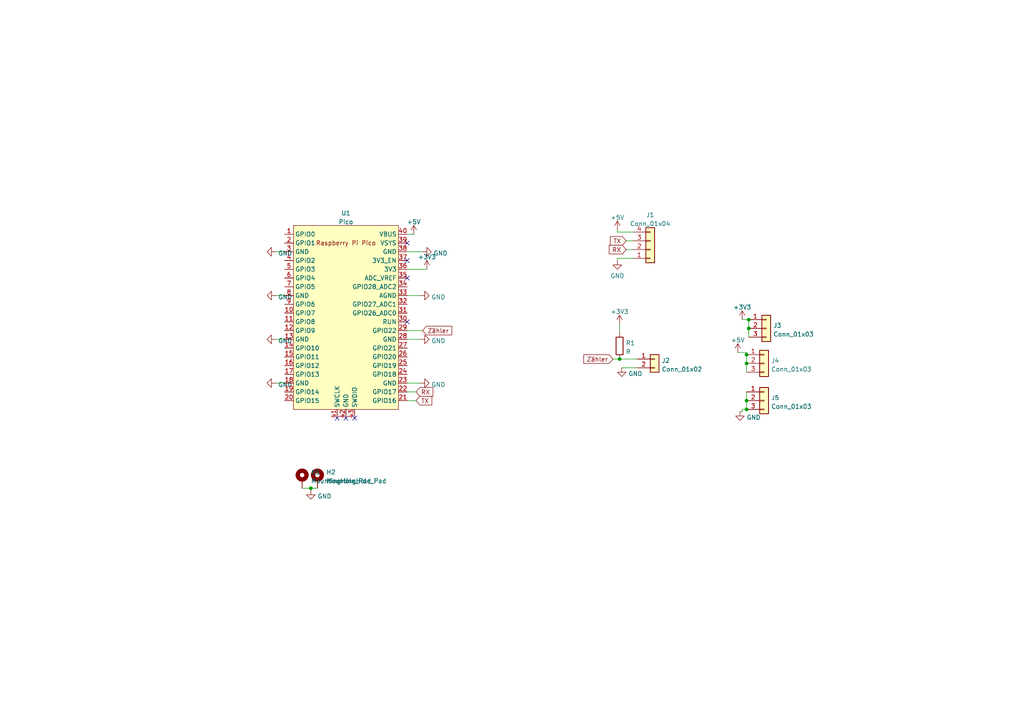
<source format=kicad_sch>
(kicad_sch (version 20211123) (generator eeschema)
  (paper "A4")
  (lib_symbols
    (symbol "Connector_Generic:Conn_01x02" (pin_names (offset 1.016) hide)
      (property "Reference" "J" (at 0 2.54 0))
      (property "Value" "Conn_01x02" (at 0 -5.08 0))
      (symbol "Conn_01x02_1_1"
        (rectangle (start -1.27 -2.413) (end 0 -2.667) (stroke (width 0.1524)))
        (rectangle (start -1.27 0.127) (end 0 -0.127) (stroke (width 0.1524)))
        (rectangle (start -1.27 1.27) (end 1.27 -3.81) (stroke (width 0.254)) (fill (type background)))
        (pin passive line (at -5.08 0 0) (length 3.81) (name "Pin_1") (number "1"))
        (pin passive line (at -5.08 -2.54 0) (length 3.81) (name "Pin_2") (number "2"))
      )
    )
    (symbol "Connector_Generic:Conn_01x03" (pin_names (offset 1.016) hide)
      (property "Reference" "J" (at 0 5.08 0))
      (property "Value" "Conn_01x03" (at 0 -5.08 0))
      (symbol "Conn_01x03_1_1"
        (rectangle (start -1.27 -2.413) (end 0 -2.667) (stroke (width 0.1524)))
        (rectangle (start -1.27 0.127) (end 0 -0.127) (stroke (width 0.1524)))
        (rectangle (start -1.27 2.667) (end 0 2.413) (stroke (width 0.1524)))
        (rectangle (start -1.27 3.81) (end 1.27 -3.81) (stroke (width 0.254)) (fill (type background)))
        (pin passive line (at -5.08 2.54 0) (length 3.81) (name "Pin_1") (number "1"))
        (pin passive line (at -5.08 0 0) (length 3.81) (name "Pin_2") (number "2"))
        (pin passive line (at -5.08 -2.54 0) (length 3.81) (name "Pin_3") (number "3"))
      )
    )
    (symbol "Connector_Generic:Conn_01x04" (pin_names (offset 1.016) hide)
      (property "Reference" "J" (at 0 5.08 0))
      (property "Value" "Conn_01x04" (at 0 -7.62 0))
      (symbol "Conn_01x04_1_1"
        (rectangle (start -1.27 -4.953) (end 0 -5.207) (stroke (width 0.1524)))
        (rectangle (start -1.27 -2.413) (end 0 -2.667) (stroke (width 0.1524)))
        (rectangle (start -1.27 0.127) (end 0 -0.127) (stroke (width 0.1524)))
        (rectangle (start -1.27 2.667) (end 0 2.413) (stroke (width 0.1524)))
        (rectangle (start -1.27 3.81) (end 1.27 -6.35) (stroke (width 0.254)) (fill (type background)))
        (pin passive line (at -5.08 2.54 0) (length 3.81) (name "Pin_1") (number "1"))
        (pin passive line (at -5.08 0 0) (length 3.81) (name "Pin_2") (number "2"))
        (pin passive line (at -5.08 -2.54 0) (length 3.81) (name "Pin_3") (number "3"))
        (pin passive line (at -5.08 -5.08 0) (length 3.81) (name "Pin_4") (number "4"))
      )
    )
    (symbol "Device:R" (pin_numbers hide) (pin_names (offset 0))
      (property "Reference" "R" (at 2.032 0 90))
      (property "Value" "R" (at 0 0 90))
      (symbol "R_0_1"
        (rectangle (start -1.016 -2.54) (end 1.016 2.54) (stroke (width 0.254)))
      )
      (symbol "R_1_1"
        (pin passive line (at 0 3.81 270) (length 1.27) (name "~") (number "1"))
        (pin passive line (at 0 -3.81 90) (length 1.27) (name "~") (number "2"))
      )
    )
    (symbol "MCU_RaspberryPi_and_Boards:Pico"
      (property "Reference" "U" (at -13.97 27.94 0))
      (property "Value" "Pico" (at 0 19.05 0))
      (symbol "Pico_0_0"
        (text "Raspberry Pi Pico" (at 0 21.59 0) (effects (font (size 1.27 1.27))))
      )
      (symbol "Pico_0_1"
        (rectangle (start -15.24 26.67) (end 15.24 -26.67) (fill (type background)))
      )
      (symbol "Pico_1_1"
        (pin bidirectional line (at -17.78 24.13 0) (length 2.54) (name "GPIO0") (number "1"))
        (pin bidirectional line (at -17.78 1.27 0) (length 2.54) (name "GPIO7") (number "10"))
        (pin bidirectional line (at -17.78 -1.27 0) (length 2.54) (name "GPIO8") (number "11"))
        (pin bidirectional line (at -17.78 -3.81 0) (length 2.54) (name "GPIO9") (number "12"))
        (pin power_in line (at -17.78 -6.35 0) (length 2.54) (name "GND") (number "13"))
        (pin bidirectional line (at -17.78 -8.89 0) (length 2.54) (name "GPIO10") (number "14"))
        (pin bidirectional line (at -17.78 -11.43 0) (length 2.54) (name "GPIO11") (number "15"))
        (pin bidirectional line (at -17.78 -13.97 0) (length 2.54) (name "GPIO12") (number "16"))
        (pin bidirectional line (at -17.78 -16.51 0) (length 2.54) (name "GPIO13") (number "17"))
        (pin power_in line (at -17.78 -19.05 0) (length 2.54) (name "GND") (number "18"))
        (pin bidirectional line (at -17.78 -21.59 0) (length 2.54) (name "GPIO14") (number "19"))
        (pin bidirectional line (at -17.78 21.59 0) (length 2.54) (name "GPIO1") (number "2"))
        (pin bidirectional line (at -17.78 -24.13 0) (length 2.54) (name "GPIO15") (number "20"))
        (pin bidirectional line (at 17.78 -24.13 180) (length 2.54) (name "GPIO16") (number "21"))
        (pin bidirectional line (at 17.78 -21.59 180) (length 2.54) (name "GPIO17") (number "22"))
        (pin power_in line (at 17.78 -19.05 180) (length 2.54) (name "GND") (number "23"))
        (pin bidirectional line (at 17.78 -16.51 180) (length 2.54) (name "GPIO18") (number "24"))
        (pin bidirectional line (at 17.78 -13.97 180) (length 2.54) (name "GPIO19") (number "25"))
        (pin bidirectional line (at 17.78 -11.43 180) (length 2.54) (name "GPIO20") (number "26"))
        (pin bidirectional line (at 17.78 -8.89 180) (length 2.54) (name "GPIO21") (number "27"))
        (pin power_in line (at 17.78 -6.35 180) (length 2.54) (name "GND") (number "28"))
        (pin bidirectional line (at 17.78 -3.81 180) (length 2.54) (name "GPIO22") (number "29"))
        (pin power_in line (at -17.78 19.05 0) (length 2.54) (name "GND") (number "3"))
        (pin input line (at 17.78 -1.27 180) (length 2.54) (name "RUN") (number "30"))
        (pin bidirectional line (at 17.78 1.27 180) (length 2.54) (name "GPIO26_ADC0") (number "31"))
        (pin bidirectional line (at 17.78 3.81 180) (length 2.54) (name "GPIO27_ADC1") (number "32"))
        (pin power_in line (at 17.78 6.35 180) (length 2.54) (name "AGND") (number "33"))
        (pin bidirectional line (at 17.78 8.89 180) (length 2.54) (name "GPIO28_ADC2") (number "34"))
        (pin power_in line (at 17.78 11.43 180) (length 2.54) (name "ADC_VREF") (number "35"))
        (pin power_in line (at 17.78 13.97 180) (length 2.54) (name "3V3") (number "36"))
        (pin input line (at 17.78 16.51 180) (length 2.54) (name "3V3_EN") (number "37"))
        (pin bidirectional line (at 17.78 19.05 180) (length 2.54) (name "GND") (number "38"))
        (pin power_in line (at 17.78 21.59 180) (length 2.54) (name "VSYS") (number "39"))
        (pin bidirectional line (at -17.78 16.51 0) (length 2.54) (name "GPIO2") (number "4"))
        (pin power_in line (at 17.78 24.13 180) (length 2.54) (name "VBUS") (number "40"))
        (pin input line (at -2.54 -29.21 90) (length 2.54) (name "SWCLK") (number "41"))
        (pin power_in line (at 0 -29.21 90) (length 2.54) (name "GND") (number "42"))
        (pin bidirectional line (at 2.54 -29.21 90) (length 2.54) (name "SWDIO") (number "43"))
        (pin bidirectional line (at -17.78 13.97 0) (length 2.54) (name "GPIO3") (number "5"))
        (pin bidirectional line (at -17.78 11.43 0) (length 2.54) (name "GPIO4") (number "6"))
        (pin bidirectional line (at -17.78 8.89 0) (length 2.54) (name "GPIO5") (number "7"))
        (pin power_in line (at -17.78 6.35 0) (length 2.54) (name "GND") (number "8"))
        (pin bidirectional line (at -17.78 3.81 0) (length 2.54) (name "GPIO6") (number "9"))
      )
    )
    (symbol "Mechanical:MountingHole_Pad" (pin_numbers hide) (pin_names (offset 1.016) hide)
      (property "Reference" "H" (at 0 6.35 0))
      (property "Value" "MountingHole_Pad" (at 0 4.445 0))
      (symbol "MountingHole_Pad_0_1"
        (circle (center 0 1.27) (radius 1.27) (stroke (width 1.27)))
      )
      (symbol "MountingHole_Pad_1_1"
        (pin input line (at 0 -2.54 90) (length 2.54) (name "1") (number "1"))
      )
    )
    (symbol "power:+3V3" (power) (pin_names (offset 0))
      (property "Value" "+3V3" (at 0 3.556 0))
      (symbol "+3V3_0_1"
        (polyline (pts (xy -0.762 1.27) (xy 0 2.54)))
        (polyline (pts (xy 0 0) (xy 0 2.54)))
        (polyline (pts (xy 0 2.54) (xy 0.762 1.27)))
      )
      (symbol "+3V3_1_1"
        (pin power_in line (at 0 0 90) (length 0) hide (name "+3V3") (number "1"))
      )
    )
    (symbol "power:+5V" (power) (pin_names (offset 0))
      (property "Value" "+5V" (at 0 3.556 0))
      (symbol "+5V_0_1"
        (polyline (pts (xy -0.762 1.27) (xy 0 2.54)))
        (polyline (pts (xy 0 0) (xy 0 2.54)))
        (polyline (pts (xy 0 2.54) (xy 0.762 1.27)))
      )
      (symbol "+5V_1_1"
        (pin power_in line (at 0 0 90) (length 0) hide (name "+5V") (number "1"))
      )
    )
    (symbol "power:GND" (power) (pin_names (offset 0))
      (property "Value" "GND" (at 0 -3.81 0))
      (symbol "GND_0_1"
        (polyline (pts (xy 0 0) (xy 0 -1.27) (xy 1.27 -1.27) (xy 0 -2.54) (xy -1.27 -1.27) (xy 0 -1.27)))
      )
      (symbol "GND_1_1"
        (pin power_in line (at 0 0 270) (length 0) hide (name "GND") (number "1"))
      )
    )
  )
  (junction (at 216.535 102.87))
  (junction (at 179.705 104.14))
  (junction (at 216.535 116.205))
  (junction (at 217.17 95.25))
  (junction (at 216.535 118.745))
  (junction (at 217.17 92.71))
  (junction (at 90.17 141.605))
  (junction (at 216.535 105.41))
  (no_connect (at 118.11 75.565))
  (no_connect (at 118.11 70.485))
  (no_connect (at 97.79 121.285))
  (no_connect (at 100.33 121.285))
  (no_connect (at 102.87 121.285))
  (no_connect (at 118.11 80.645))
  (no_connect (at 118.11 93.345))
  (wire (pts (xy 118.11 98.425) (xy 121.92 98.425)))
  (wire (pts (xy 214.63 119.38) (xy 215.265 119.38)))
  (wire (pts (xy 217.17 92.71) (xy 217.17 95.25)))
  (wire (pts (xy 215.265 92.71) (xy 217.17 92.71)))
  (wire (pts (xy 179.705 93.98) (xy 179.705 96.52)))
  (wire (pts (xy 215.265 118.745) (xy 216.535 118.745)))
  (wire (pts (xy 216.535 102.87) (xy 216.535 105.41)))
  (wire (pts (xy 213.995 102.235) (xy 216.535 102.235)))
  (wire (pts (xy 181.61 69.85) (xy 183.515 69.85)))
  (wire (pts (xy 90.17 141.605) (xy 90.17 142.24)))
  (wire (pts (xy 118.11 78.105) (xy 123.825 78.105)))
  (wire (pts (xy 177.8 104.14) (xy 179.705 104.14)))
  (wire (pts (xy 216.535 105.41) (xy 216.535 107.95)))
  (wire (pts (xy 118.11 95.885) (xy 122.555 95.885)))
  (wire (pts (xy 87.63 141.605) (xy 90.17 141.605)))
  (wire (pts (xy 80.01 73.025) (xy 82.55 73.025)))
  (wire (pts (xy 118.11 85.725) (xy 121.92 85.725)))
  (wire (pts (xy 216.535 102.235) (xy 216.535 102.87)))
  (wire (pts (xy 179.07 67.31) (xy 179.07 66.675)))
  (wire (pts (xy 80.01 111.125) (xy 82.55 111.125)))
  (wire (pts (xy 92.075 141.605) (xy 90.17 141.605)))
  (wire (pts (xy 118.11 111.125) (xy 121.92 111.125)))
  (wire (pts (xy 180.34 106.68) (xy 184.785 106.68)))
  (wire (pts (xy 183.515 67.31) (xy 179.07 67.31)))
  (wire (pts (xy 118.11 113.665) (xy 120.65 113.665)))
  (wire (pts (xy 80.01 98.425) (xy 82.55 98.425)))
  (wire (pts (xy 181.61 72.39) (xy 183.515 72.39)))
  (wire (pts (xy 80.01 85.725) (xy 82.55 85.725)))
  (wire (pts (xy 183.515 74.93) (xy 179.07 74.93)))
  (wire (pts (xy 179.705 104.14) (xy 184.785 104.14)))
  (wire (pts (xy 118.11 116.205) (xy 120.65 116.205)))
  (wire (pts (xy 217.17 95.25) (xy 217.17 97.79)))
  (wire (pts (xy 216.535 116.205) (xy 216.535 118.745)))
  (wire (pts (xy 118.11 73.025) (xy 122.555 73.025)))
  (wire (pts (xy 118.11 67.945) (xy 120.015 67.945)))
  (wire (pts (xy 216.535 113.665) (xy 216.535 116.205)))
  (wire (pts (xy 215.265 119.38) (xy 215.265 118.745)))
  (wire (pts (xy 179.07 74.93) (xy 179.07 75.565)))
  (global_label "Zähler" (shape input) (at 122.555 95.885 0) (property "Intersheet References" "${INTERSHEET_REFS}" (effects hide)))
  (global_label "TX" (shape input) (at 181.61 69.85 180) (property "Intersheet References" "${INTERSHEET_REFS}" (effects hide)))
  (global_label "TX" (shape input) (at 120.65 116.205 0) (property "Intersheet References" "${INTERSHEET_REFS}" (effects hide)))
  (global_label "RX" (shape input) (at 181.61 72.39 180) (property "Intersheet References" "${INTERSHEET_REFS}" (effects hide)))
  (global_label "Zähler" (shape input) (at 177.8 104.14 180) (property "Intersheet References" "${INTERSHEET_REFS}" (effects hide)))
  (global_label "RX" (shape input) (at 120.65 113.665 0) (property "Intersheet References" "${INTERSHEET_REFS}" (effects hide)))
  (symbol (lib_id "power:GND") (at 90.17 142.24 0) (unit 1)
    (property "Reference" "#PWR014" (effects hide))
    (property "Value" "GND" (at 92.075 143.9438 0) (effects (justify left)))
  )
  (symbol (lib_id "power:+3V3") (at 123.825 78.105 0) (unit 1)
    (property "Reference" "#PWR05" (effects hide))
    (property "Value" "+3V3" (at 123.825 74.5292 0))
  )
  (symbol (lib_id "power:+5V") (at 213.995 102.235 0) (unit 1)
    (property "Reference" "#PWR015" (effects hide))
    (property "Value" "+5V" (at 213.995 98.6592 0))
  )
  (symbol (lib_id "power:GND") (at 80.01 73.025 270) (unit 1)
    (property "Reference" "#PWR02" (effects hide))
    (property "Value" "GND" (at 80.645 73.4588 90) (effects (justify left)))
  )
  (symbol (lib_id "Connector_Generic:Conn_01x04") (at 188.595 72.39 0) (mirror x) (unit 1)
    (property "Reference" "J1" (at 188.595 62.3402 0))
    (property "Value" "Conn_01x04" (at 188.595 64.8771 0))
    (property "Footprint" "Connector_JST:JST_XH_B4B-XH-A_1x04_P2.50mm_Vertical" (effects hide))
  )
  (symbol (lib_id "Connector_Generic:Conn_01x03") (at 221.615 105.41 0) (unit 1)
    (property "Reference" "J4" (at 223.647 104.5753 0) (effects (justify left)))
    (property "Value" "Conn_01x03" (at 223.647 107.1122 0) (effects (justify left)))
    (property "Footprint" "Connector_PinSocket_2.54mm:PinSocket_1x03_P2.54mm_Vertical" (effects hide))
  )
  (symbol (lib_id "power:GND") (at 80.01 98.425 270) (unit 1)
    (property "Reference" "#PWR09" (effects hide))
    (property "Value" "GND" (at 80.645 98.8588 90) (effects (justify left)))
  )
  (symbol (lib_id "Connector_Generic:Conn_01x02") (at 189.865 104.14 0) (unit 1)
    (property "Reference" "J2" (at 191.897 104.5753 0) (effects (justify left)))
    (property "Value" "Conn_01x02" (at 191.897 107.1122 0) (effects (justify left)))
    (property "Footprint" "Connector_JST:JST_XH_B2B-XH-A_1x02_P2.50mm_Vertical" (effects hide))
  )
  (symbol (lib_id "power:GND") (at 80.01 85.725 270) (unit 1)
    (property "Reference" "#PWR06" (effects hide))
    (property "Value" "GND" (at 80.645 86.1588 90) (effects (justify left)))
  )
  (symbol (lib_id "power:GND") (at 80.01 111.125 270) (unit 1)
    (property "Reference" "#PWR011" (effects hide))
    (property "Value" "GND" (at 80.645 111.5588 90) (effects (justify left)))
  )
  (symbol (lib_id "power:GND") (at 214.63 119.38 0) (unit 1)
    (property "Reference" "#PWR016" (effects hide))
    (property "Value" "GND" (at 216.535 121.0838 0) (effects (justify left)))
  )
  (symbol (lib_id "power:GND") (at 179.07 75.565 0) (unit 1)
    (property "Reference" "#PWR04" (effects hide))
    (property "Value" "GND" (at 179.07 80.0084 0))
  )
  (symbol (lib_id "power:+3V3") (at 179.705 93.98 0) (unit 1)
    (property "Reference" "#PWR08" (effects hide))
    (property "Value" "+3V3" (at 179.705 90.4042 0))
  )
  (symbol (lib_id "Connector_Generic:Conn_01x03") (at 221.615 116.205 0) (unit 1)
    (property "Reference" "J5" (at 223.647 115.3703 0) (effects (justify left)))
    (property "Value" "Conn_01x03" (at 223.647 117.9072 0) (effects (justify left)))
    (property "Footprint" "Connector_PinSocket_2.54mm:PinSocket_1x03_P2.54mm_Vertical" (effects hide))
  )
  (symbol (lib_id "power:GND") (at 122.555 73.025 90) (unit 1)
    (property "Reference" "#PWR03" (effects hide))
    (property "Value" "GND" (at 125.73 73.4588 90) (effects (justify right)))
  )
  (symbol (lib_id "power:GND") (at 180.34 106.68 0) (unit 1)
    (property "Reference" "#PWR0102" (effects hide))
    (property "Value" "GND" (at 182.245 108.3838 0) (effects (justify left)))
  )
  (symbol (lib_id "power:GND") (at 121.92 98.425 90) (unit 1)
    (property "Reference" "#PWR010" (effects hide))
    (property "Value" "GND" (at 125.095 98.8588 90) (effects (justify right)))
  )
  (symbol (lib_id "Connector_Generic:Conn_01x03") (at 222.25 95.25 0) (unit 1)
    (property "Reference" "J3" (at 224.282 94.4153 0) (effects (justify left)))
    (property "Value" "Conn_01x03" (at 224.282 96.9522 0) (effects (justify left)))
    (property "Footprint" "Connector_PinSocket_2.54mm:PinSocket_1x03_P2.54mm_Vertical" (effects hide))
  )
  (symbol (lib_id "power:GND") (at 121.92 85.725 90) (unit 1)
    (property "Reference" "#PWR07" (effects hide))
    (property "Value" "GND" (at 125.095 86.1588 90) (effects (justify right)))
  )
  (symbol (lib_id "MCU_RaspberryPi_and_Boards:Pico") (at 100.33 92.075 0) (unit 1)
    (property "Reference" "U1" (at 100.33 61.8322 0))
    (property "Value" "Pico" (at 100.33 64.3691 0))
    (property "Footprint" "MCU_RaspberryPi_and_Boards:RPi_Pico_SMD_TH" (effects hide))
  )
  (symbol (lib_id "power:+5V") (at 179.07 66.675 0) (unit 1)
    (property "Reference" "#PWR01" (effects hide))
    (property "Value" "+5V" (at 179.07 63.0992 0))
  )
  (symbol (lib_id "Mechanical:MountingHole_Pad") (at 87.63 139.065 0) (unit 1)
    (property "Reference" "H1" (at 90.17 136.9603 0) (effects (justify left)))
    (property "Value" "MountingHole_Pad" (at 90.17 139.4972 0) (effects (justify left)))
    (property "Footprint" "MountingHole:MountingHole_3.2mm_M3_DIN965_Pad" (effects hide))
  )
  (symbol (lib_id "Device:R") (at 179.705 100.33 0) (unit 1)
    (property "Reference" "R1" (at 181.483 99.4953 0) (effects (justify left)))
    (property "Value" "R" (at 181.483 102.0322 0) (effects (justify left)))
    (property "Footprint" "Resistor_SMD:R_1206_3216Metric" (effects hide))
  )
  (symbol (lib_id "power:+3V3") (at 215.265 92.71 0) (unit 1)
    (property "Reference" "#PWR013" (effects hide))
    (property "Value" "+3V3" (at 215.265 89.1342 0))
  )
  (symbol (lib_id "power:+5V") (at 120.015 67.945 0) (unit 1)
    (property "Reference" "#PWR0101" (effects hide))
    (property "Value" "+5V" (at 120.015 64.3692 0))
  )
  (symbol (lib_id "Mechanical:MountingHole_Pad") (at 92.075 139.065 0) (unit 1)
    (property "Reference" "H2" (at 94.615 136.9603 0) (effects (justify left)))
    (property "Value" "MountingHole_Pad" (at 94.615 139.4972 0) (effects (justify left)))
    (property "Footprint" "MountingHole:MountingHole_3.2mm_M3_DIN965_Pad" (effects hide))
  )
  (symbol (lib_id "power:GND") (at 121.92 111.125 90) (unit 1)
    (property "Reference" "#PWR012" (effects hide))
    (property "Value" "GND" (at 125.095 111.5588 90) (effects (justify right)))
  )
)
</source>
